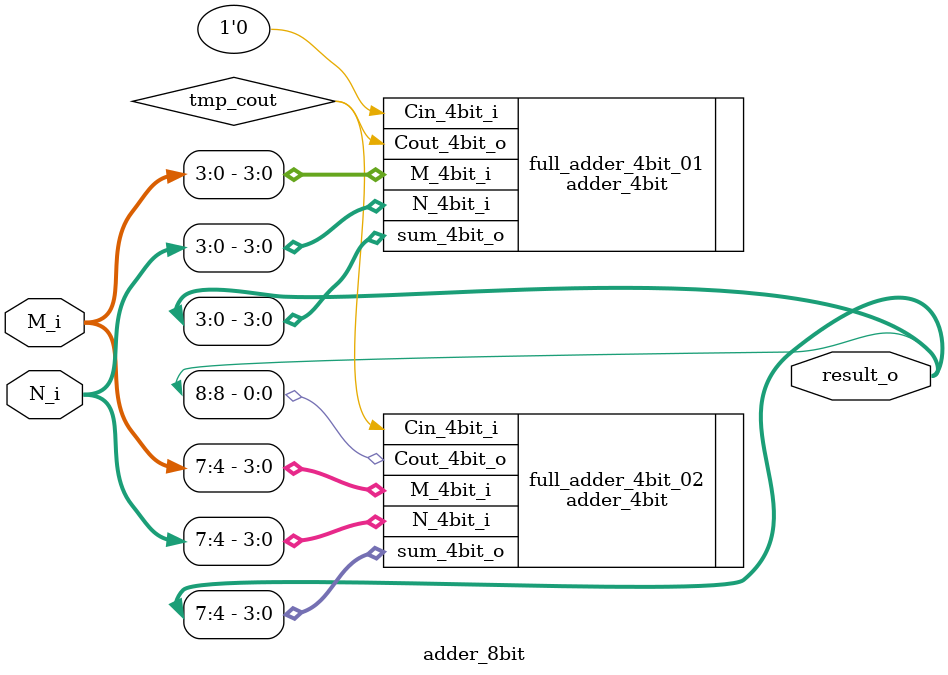
<source format=sv>
module adder_8bit(
    //inputs
    input logic [7:0] M_i,
    input logic [7:0] N_i,
    //outputs
    output logic [8:0] result_o
);
    logic tmp_cout;
    //code
    adder_4bit full_adder_4bit_01 (
    	.M_4bit_i    (M_i[3:0]),
    	.N_4bit_i    (N_i[3:0]),
    	.Cin_4bit_i  (1'b0),
    	.Cout_4bit_o (tmp_cout),
    	.sum_4bit_o  (result_o[3:0])
    );
    adder_4bit full_adder_4bit_02 (
    	.M_4bit_i    (M_i[7:4]),
    	.N_4bit_i    (N_i[7:4]),
    	.Cin_4bit_i  (tmp_cout),
    	.Cout_4bit_o (result_o[8]),
    	.sum_4bit_o  (result_o[7:4])
    );
endmodule : adder_8bit

</source>
